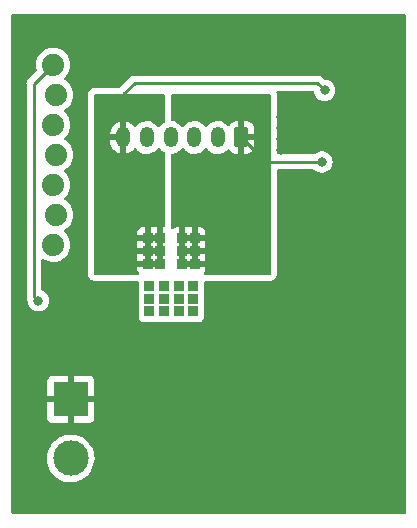
<source format=gbl>
%TF.GenerationSoftware,KiCad,Pcbnew,(6.0.7-1)-1*%
%TF.CreationDate,2022-08-20T15:22:06+08:00*%
%TF.ProjectId,VNH5050A (test),564e4835-3035-4304-9120-287465737429,rev?*%
%TF.SameCoordinates,Original*%
%TF.FileFunction,Copper,L2,Bot*%
%TF.FilePolarity,Positive*%
%FSLAX46Y46*%
G04 Gerber Fmt 4.6, Leading zero omitted, Abs format (unit mm)*
G04 Created by KiCad (PCBNEW (6.0.7-1)-1) date 2022-08-20 15:22:06*
%MOMM*%
%LPD*%
G01*
G04 APERTURE LIST*
G04 Aperture macros list*
%AMRoundRect*
0 Rectangle with rounded corners*
0 $1 Rounding radius*
0 $2 $3 $4 $5 $6 $7 $8 $9 X,Y pos of 4 corners*
0 Add a 4 corners polygon primitive as box body*
4,1,4,$2,$3,$4,$5,$6,$7,$8,$9,$2,$3,0*
0 Add four circle primitives for the rounded corners*
1,1,$1+$1,$2,$3*
1,1,$1+$1,$4,$5*
1,1,$1+$1,$6,$7*
1,1,$1+$1,$8,$9*
0 Add four rect primitives between the rounded corners*
20,1,$1+$1,$2,$3,$4,$5,0*
20,1,$1+$1,$4,$5,$6,$7,0*
20,1,$1+$1,$6,$7,$8,$9,0*
20,1,$1+$1,$8,$9,$2,$3,0*%
G04 Aperture macros list end*
%TA.AperFunction,ComponentPad*%
%ADD10R,3.000000X3.000000*%
%TD*%
%TA.AperFunction,ComponentPad*%
%ADD11C,3.000000*%
%TD*%
%TA.AperFunction,ComponentPad*%
%ADD12C,1.879600*%
%TD*%
%TA.AperFunction,ComponentPad*%
%ADD13RoundRect,0.250000X0.350000X0.625000X-0.350000X0.625000X-0.350000X-0.625000X0.350000X-0.625000X0*%
%TD*%
%TA.AperFunction,ComponentPad*%
%ADD14O,1.200000X1.750000*%
%TD*%
%TA.AperFunction,ComponentPad*%
%ADD15R,0.808000X0.808000*%
%TD*%
%TA.AperFunction,ViaPad*%
%ADD16C,0.800000*%
%TD*%
%TA.AperFunction,Conductor*%
%ADD17C,0.250000*%
%TD*%
G04 APERTURE END LIST*
D10*
X146608800Y-111214600D03*
D11*
X146608800Y-116214600D03*
D12*
X145111400Y-98119000D03*
X145365400Y-95579000D03*
X145111400Y-93039000D03*
X145365400Y-90499000D03*
X145111400Y-87959000D03*
X145365400Y-85419000D03*
X145111400Y-82879000D03*
D13*
X161058800Y-89037400D03*
D14*
X159058800Y-89037400D03*
X157058800Y-89037400D03*
X155058800Y-89037400D03*
X153058800Y-89037400D03*
X151058800Y-89037400D03*
D15*
X157102009Y-99717000D03*
X156052009Y-99717000D03*
X157102009Y-98634000D03*
X156052009Y-98634000D03*
X157102009Y-97551000D03*
X156052009Y-97551000D03*
X154202009Y-99717000D03*
X153152009Y-99717000D03*
X154202009Y-98634000D03*
X153152009Y-98634000D03*
X154202009Y-97551000D03*
X153152009Y-97551000D03*
X156983259Y-103767000D03*
X155745759Y-103767000D03*
X154508259Y-103767000D03*
X153270759Y-103767000D03*
X156983259Y-102684000D03*
X155745759Y-102684000D03*
X154508259Y-102684000D03*
X153270759Y-102684000D03*
X156983259Y-101601000D03*
X155745759Y-101601000D03*
X154508259Y-101601000D03*
X153270759Y-101601000D03*
D16*
X165431400Y-90041800D03*
X146686200Y-100125600D03*
X165634600Y-99719200D03*
X165456800Y-93039000D03*
X163983600Y-104900800D03*
X164440800Y-88238400D03*
X165431400Y-88213000D03*
X164440800Y-87324000D03*
X164466200Y-93064400D03*
X165431400Y-89152800D03*
X165431400Y-87324000D03*
X146686200Y-99211200D03*
X147676800Y-100100200D03*
X164440800Y-89152800D03*
X164440800Y-90067200D03*
X147676800Y-99211200D03*
X165456800Y-92150000D03*
X165634600Y-101446400D03*
X164466200Y-92150000D03*
X168098400Y-85038000D03*
X167869800Y-91108600D03*
X143866800Y-102843400D03*
D17*
X167488800Y-84428400D02*
X152020200Y-84428400D01*
X168098400Y-85038000D02*
X167488800Y-84428400D01*
X151058800Y-85389800D02*
X151058800Y-89037400D01*
X152020200Y-84428400D02*
X151058800Y-85389800D01*
X163130000Y-91108600D02*
X161058800Y-89037400D01*
X167869800Y-91108600D02*
X163130000Y-91108600D01*
X143866800Y-102843400D02*
X143499100Y-102475700D01*
X143499100Y-102475700D02*
X143499100Y-84491300D01*
X143499100Y-84491300D02*
X145111400Y-82879000D01*
%TA.AperFunction,Conductor*%
G36*
X174949021Y-78590502D02*
G01*
X174995514Y-78644158D01*
X175006900Y-78696500D01*
X175006900Y-120783500D01*
X174986898Y-120851621D01*
X174933242Y-120898114D01*
X174880900Y-120909500D01*
X141713900Y-120909500D01*
X141645779Y-120889498D01*
X141599286Y-120835842D01*
X141587900Y-120783500D01*
X141587900Y-116193518D01*
X144595717Y-116193518D01*
X144611482Y-116466920D01*
X144612307Y-116471125D01*
X144612308Y-116471133D01*
X144622927Y-116525257D01*
X144664205Y-116735653D01*
X144665592Y-116739703D01*
X144665593Y-116739708D01*
X144686405Y-116800495D01*
X144752912Y-116994744D01*
X144875960Y-117239399D01*
X144878386Y-117242928D01*
X144878389Y-117242934D01*
X145028643Y-117461553D01*
X145031074Y-117465090D01*
X145215382Y-117667643D01*
X145425475Y-117843307D01*
X145429116Y-117845591D01*
X145653824Y-117986551D01*
X145653828Y-117986553D01*
X145657464Y-117988834D01*
X145725344Y-118019483D01*
X145903145Y-118099764D01*
X145903149Y-118099766D01*
X145907057Y-118101530D01*
X145911177Y-118102750D01*
X145911176Y-118102750D01*
X146165523Y-118178091D01*
X146165527Y-118178092D01*
X146169636Y-118179309D01*
X146173870Y-118179957D01*
X146173875Y-118179958D01*
X146436098Y-118220083D01*
X146436100Y-118220083D01*
X146440340Y-118220732D01*
X146579712Y-118222922D01*
X146709871Y-118224967D01*
X146709877Y-118224967D01*
X146714162Y-118225034D01*
X146986035Y-118192134D01*
X147250927Y-118122641D01*
X147254887Y-118121001D01*
X147254892Y-118120999D01*
X147377431Y-118070241D01*
X147503936Y-118017841D01*
X147740382Y-117879673D01*
X147955889Y-117710694D01*
X147997609Y-117667643D01*
X148143486Y-117517109D01*
X148146469Y-117514031D01*
X148149002Y-117510583D01*
X148149006Y-117510578D01*
X148306057Y-117296778D01*
X148308595Y-117293323D01*
X148335954Y-117242934D01*
X148437218Y-117056430D01*
X148437219Y-117056428D01*
X148439268Y-117052654D01*
X148536069Y-116796477D01*
X148597207Y-116529533D01*
X148621551Y-116256761D01*
X148621993Y-116214600D01*
X148603367Y-115941378D01*
X148547832Y-115673212D01*
X148456417Y-115415065D01*
X148330813Y-115171712D01*
X148320840Y-115157521D01*
X148175808Y-114951162D01*
X148173345Y-114947657D01*
X147986925Y-114747045D01*
X147983610Y-114744331D01*
X147983606Y-114744328D01*
X147778323Y-114576306D01*
X147775005Y-114573590D01*
X147541504Y-114430501D01*
X147537568Y-114428773D01*
X147294673Y-114322149D01*
X147294669Y-114322148D01*
X147290745Y-114320425D01*
X147027366Y-114245400D01*
X147023124Y-114244796D01*
X147023118Y-114244795D01*
X146822634Y-114216262D01*
X146756243Y-114206813D01*
X146612389Y-114206060D01*
X146486677Y-114205402D01*
X146486671Y-114205402D01*
X146482391Y-114205380D01*
X146478147Y-114205939D01*
X146478143Y-114205939D01*
X146359102Y-114221611D01*
X146210878Y-114241125D01*
X146206738Y-114242258D01*
X146206736Y-114242258D01*
X146133808Y-114262209D01*
X145946728Y-114313388D01*
X145942780Y-114315072D01*
X145698782Y-114419146D01*
X145698778Y-114419148D01*
X145694830Y-114420832D01*
X145674925Y-114432745D01*
X145463525Y-114559264D01*
X145463521Y-114559267D01*
X145459843Y-114561468D01*
X145246118Y-114732694D01*
X145057608Y-114931342D01*
X144897802Y-115153736D01*
X144769657Y-115395761D01*
X144768185Y-115399784D01*
X144768183Y-115399788D01*
X144761114Y-115419106D01*
X144675543Y-115652937D01*
X144617204Y-115920507D01*
X144595717Y-116193518D01*
X141587900Y-116193518D01*
X141587900Y-112759269D01*
X144600801Y-112759269D01*
X144601171Y-112766090D01*
X144606695Y-112816952D01*
X144610321Y-112832204D01*
X144655476Y-112952654D01*
X144664014Y-112968249D01*
X144740515Y-113070324D01*
X144753076Y-113082885D01*
X144855151Y-113159386D01*
X144870746Y-113167924D01*
X144991194Y-113213078D01*
X145006449Y-113216705D01*
X145057314Y-113222231D01*
X145064128Y-113222600D01*
X146336685Y-113222600D01*
X146351924Y-113218125D01*
X146353129Y-113216735D01*
X146354800Y-113209052D01*
X146354800Y-113204484D01*
X146862800Y-113204484D01*
X146867275Y-113219723D01*
X146868665Y-113220928D01*
X146876348Y-113222599D01*
X148153469Y-113222599D01*
X148160290Y-113222229D01*
X148211152Y-113216705D01*
X148226404Y-113213079D01*
X148346854Y-113167924D01*
X148362449Y-113159386D01*
X148464524Y-113082885D01*
X148477085Y-113070324D01*
X148553586Y-112968249D01*
X148562124Y-112952654D01*
X148607278Y-112832206D01*
X148610905Y-112816951D01*
X148616431Y-112766086D01*
X148616800Y-112759272D01*
X148616800Y-111486715D01*
X148612325Y-111471476D01*
X148610935Y-111470271D01*
X148603252Y-111468600D01*
X146880915Y-111468600D01*
X146865676Y-111473075D01*
X146864471Y-111474465D01*
X146862800Y-111482148D01*
X146862800Y-113204484D01*
X146354800Y-113204484D01*
X146354800Y-111486715D01*
X146350325Y-111471476D01*
X146348935Y-111470271D01*
X146341252Y-111468600D01*
X144618916Y-111468600D01*
X144603677Y-111473075D01*
X144602472Y-111474465D01*
X144600801Y-111482148D01*
X144600801Y-112759269D01*
X141587900Y-112759269D01*
X141587900Y-110942485D01*
X144600800Y-110942485D01*
X144605275Y-110957724D01*
X144606665Y-110958929D01*
X144614348Y-110960600D01*
X146336685Y-110960600D01*
X146351924Y-110956125D01*
X146353129Y-110954735D01*
X146354800Y-110947052D01*
X146354800Y-110942485D01*
X146862800Y-110942485D01*
X146867275Y-110957724D01*
X146868665Y-110958929D01*
X146876348Y-110960600D01*
X148598684Y-110960600D01*
X148613923Y-110956125D01*
X148615128Y-110954735D01*
X148616799Y-110947052D01*
X148616799Y-109669931D01*
X148616429Y-109663110D01*
X148610905Y-109612248D01*
X148607279Y-109596996D01*
X148562124Y-109476546D01*
X148553586Y-109460951D01*
X148477085Y-109358876D01*
X148464524Y-109346315D01*
X148362449Y-109269814D01*
X148346854Y-109261276D01*
X148226406Y-109216122D01*
X148211151Y-109212495D01*
X148160286Y-109206969D01*
X148153472Y-109206600D01*
X146880915Y-109206600D01*
X146865676Y-109211075D01*
X146864471Y-109212465D01*
X146862800Y-109220148D01*
X146862800Y-110942485D01*
X146354800Y-110942485D01*
X146354800Y-109224716D01*
X146350325Y-109209477D01*
X146348935Y-109208272D01*
X146341252Y-109206601D01*
X145064131Y-109206601D01*
X145057310Y-109206971D01*
X145006448Y-109212495D01*
X144991196Y-109216121D01*
X144870746Y-109261276D01*
X144855151Y-109269814D01*
X144753076Y-109346315D01*
X144740515Y-109358876D01*
X144664014Y-109460951D01*
X144655476Y-109476546D01*
X144610322Y-109596994D01*
X144606695Y-109612249D01*
X144601169Y-109663114D01*
X144600800Y-109669928D01*
X144600800Y-110942485D01*
X141587900Y-110942485D01*
X141587900Y-84471243D01*
X142860880Y-84471243D01*
X142861626Y-84479135D01*
X142865041Y-84515261D01*
X142865600Y-84527119D01*
X142865600Y-102396933D01*
X142865073Y-102408116D01*
X142863398Y-102415609D01*
X142863647Y-102423535D01*
X142863647Y-102423536D01*
X142865538Y-102483686D01*
X142865600Y-102487645D01*
X142865600Y-102515556D01*
X142866097Y-102519490D01*
X142866097Y-102519491D01*
X142866105Y-102519556D01*
X142867038Y-102531393D01*
X142868427Y-102575589D01*
X142874078Y-102595039D01*
X142878087Y-102614400D01*
X142880626Y-102634497D01*
X142883545Y-102641868D01*
X142883545Y-102641870D01*
X142896904Y-102675612D01*
X142900749Y-102686842D01*
X142913082Y-102729293D01*
X142917115Y-102736112D01*
X142917117Y-102736117D01*
X142923393Y-102746728D01*
X142932088Y-102764476D01*
X142939548Y-102783317D01*
X142939475Y-102783346D01*
X142953760Y-102838987D01*
X142953296Y-102843400D01*
X142973258Y-103033328D01*
X143032273Y-103214956D01*
X143035576Y-103220678D01*
X143035577Y-103220679D01*
X143069486Y-103279410D01*
X143127760Y-103380344D01*
X143255547Y-103522266D01*
X143410048Y-103634518D01*
X143416076Y-103637202D01*
X143416078Y-103637203D01*
X143578481Y-103709509D01*
X143584512Y-103712194D01*
X143677913Y-103732047D01*
X143764856Y-103750528D01*
X143764861Y-103750528D01*
X143771313Y-103751900D01*
X143962287Y-103751900D01*
X143968739Y-103750528D01*
X143968744Y-103750528D01*
X144055687Y-103732047D01*
X144149088Y-103712194D01*
X144155119Y-103709509D01*
X144317522Y-103637203D01*
X144317524Y-103637202D01*
X144323552Y-103634518D01*
X144478053Y-103522266D01*
X144605840Y-103380344D01*
X144664114Y-103279410D01*
X144698023Y-103220679D01*
X144698024Y-103220678D01*
X144701327Y-103214956D01*
X144760342Y-103033328D01*
X144780304Y-102843400D01*
X144771041Y-102755263D01*
X144761032Y-102660035D01*
X144761032Y-102660033D01*
X144760342Y-102653472D01*
X144701327Y-102471844D01*
X144605840Y-102306456D01*
X144478053Y-102164534D01*
X144378957Y-102092536D01*
X144328894Y-102056163D01*
X144328893Y-102056162D01*
X144323552Y-102052282D01*
X144317524Y-102049598D01*
X144317522Y-102049597D01*
X144207351Y-102000546D01*
X144153255Y-101954566D01*
X144132600Y-101885439D01*
X144132600Y-100533000D01*
X148052300Y-100533000D01*
X148052660Y-100536346D01*
X148052660Y-100536351D01*
X148063031Y-100632815D01*
X148064034Y-100642149D01*
X148064752Y-100645449D01*
X148064752Y-100645450D01*
X148070450Y-100671642D01*
X148075420Y-100694491D01*
X148110090Y-100798657D01*
X148189108Y-100921612D01*
X148235601Y-100975268D01*
X148238994Y-100978208D01*
X148339250Y-101065081D01*
X148339253Y-101065083D01*
X148346061Y-101070982D01*
X148479010Y-101131698D01*
X148502764Y-101138673D01*
X148542808Y-101150431D01*
X148542812Y-101150432D01*
X148547131Y-101151700D01*
X148551580Y-101152340D01*
X148551586Y-101152341D01*
X148687353Y-101171861D01*
X148687358Y-101171861D01*
X148691800Y-101172500D01*
X152232259Y-101172500D01*
X152300380Y-101192502D01*
X152346873Y-101246158D01*
X152358259Y-101298500D01*
X152358259Y-102053134D01*
X152365014Y-102115316D01*
X152365561Y-102116775D01*
X152365561Y-102168225D01*
X152365014Y-102169684D01*
X152358259Y-102231866D01*
X152358259Y-103136134D01*
X152365014Y-103198316D01*
X152365561Y-103199775D01*
X152365561Y-103251225D01*
X152365014Y-103252684D01*
X152358259Y-103314866D01*
X152358259Y-104219134D01*
X152365014Y-104281316D01*
X152416144Y-104417705D01*
X152503498Y-104534261D01*
X152620054Y-104621615D01*
X152756443Y-104672745D01*
X152818625Y-104679500D01*
X153722893Y-104679500D01*
X153785075Y-104672745D01*
X153845280Y-104650175D01*
X153916086Y-104644992D01*
X153933736Y-104650174D01*
X153993943Y-104672745D01*
X154056125Y-104679500D01*
X154960393Y-104679500D01*
X155022575Y-104672745D01*
X155082780Y-104650175D01*
X155153586Y-104644992D01*
X155171236Y-104650174D01*
X155231443Y-104672745D01*
X155293625Y-104679500D01*
X156197893Y-104679500D01*
X156260075Y-104672745D01*
X156320280Y-104650175D01*
X156391086Y-104644992D01*
X156408736Y-104650174D01*
X156468943Y-104672745D01*
X156531125Y-104679500D01*
X157435393Y-104679500D01*
X157497575Y-104672745D01*
X157633964Y-104621615D01*
X157750520Y-104534261D01*
X157837874Y-104417705D01*
X157889004Y-104281316D01*
X157895759Y-104219134D01*
X157895759Y-103314866D01*
X157889004Y-103252684D01*
X157888457Y-103251225D01*
X157888457Y-103199775D01*
X157889004Y-103198316D01*
X157895759Y-103136134D01*
X157895759Y-102231866D01*
X157889004Y-102169684D01*
X157888457Y-102168225D01*
X157888457Y-102116775D01*
X157889004Y-102115316D01*
X157895759Y-102053134D01*
X157895759Y-101298072D01*
X157915761Y-101229951D01*
X157969417Y-101183458D01*
X158021738Y-101172072D01*
X163432447Y-101171276D01*
X163541700Y-101159502D01*
X163594085Y-101148087D01*
X163597284Y-101147021D01*
X163597290Y-101147019D01*
X163648859Y-101129829D01*
X163698332Y-101113338D01*
X163758340Y-101074726D01*
X163817453Y-101036690D01*
X163817456Y-101036688D01*
X163821243Y-101034251D01*
X163874873Y-100987728D01*
X163970525Y-100877216D01*
X163974265Y-100869015D01*
X164029300Y-100748325D01*
X164029302Y-100748320D01*
X164031166Y-100744232D01*
X164032431Y-100739916D01*
X164049865Y-100680419D01*
X164049867Y-100680412D01*
X164051130Y-100676100D01*
X164071850Y-100531422D01*
X164071775Y-100394841D01*
X164068844Y-95105924D01*
X164067725Y-93085194D01*
X164067250Y-93067357D01*
X164067247Y-93060761D01*
X164067679Y-93043974D01*
X164067701Y-93043120D01*
X164067571Y-92806805D01*
X164067437Y-92565924D01*
X164067216Y-92165952D01*
X164066870Y-92152962D01*
X164066867Y-92146364D01*
X164067176Y-92134359D01*
X164067198Y-92133507D01*
X164067134Y-92017100D01*
X164067051Y-91868170D01*
X164087015Y-91800038D01*
X164140645Y-91753515D01*
X164193051Y-91742100D01*
X167161600Y-91742100D01*
X167229721Y-91762102D01*
X167248947Y-91778443D01*
X167249220Y-91778140D01*
X167254132Y-91782563D01*
X167258547Y-91787466D01*
X167275851Y-91800038D01*
X167320110Y-91832194D01*
X167413048Y-91899718D01*
X167419076Y-91902402D01*
X167419078Y-91902403D01*
X167581481Y-91974709D01*
X167587512Y-91977394D01*
X167680912Y-91997247D01*
X167767856Y-92015728D01*
X167767861Y-92015728D01*
X167774313Y-92017100D01*
X167965287Y-92017100D01*
X167971739Y-92015728D01*
X167971744Y-92015728D01*
X168058688Y-91997247D01*
X168152088Y-91977394D01*
X168158119Y-91974709D01*
X168320522Y-91902403D01*
X168320524Y-91902402D01*
X168326552Y-91899718D01*
X168481053Y-91787466D01*
X168489450Y-91778140D01*
X168604421Y-91650452D01*
X168604422Y-91650451D01*
X168608840Y-91645544D01*
X168704327Y-91480156D01*
X168763342Y-91298528D01*
X168768266Y-91251685D01*
X168782614Y-91115165D01*
X168783304Y-91108600D01*
X168775949Y-91038624D01*
X168764032Y-90925235D01*
X168764032Y-90925233D01*
X168763342Y-90918672D01*
X168704327Y-90737044D01*
X168608840Y-90571656D01*
X168540401Y-90495646D01*
X168485475Y-90434645D01*
X168485474Y-90434644D01*
X168481053Y-90429734D01*
X168326552Y-90317482D01*
X168320524Y-90314798D01*
X168320522Y-90314797D01*
X168158119Y-90242491D01*
X168158118Y-90242491D01*
X168152088Y-90239806D01*
X168058687Y-90219953D01*
X167971744Y-90201472D01*
X167971739Y-90201472D01*
X167965287Y-90200100D01*
X167774313Y-90200100D01*
X167767861Y-90201472D01*
X167767856Y-90201472D01*
X167680913Y-90219953D01*
X167587512Y-90239806D01*
X167581482Y-90242491D01*
X167581481Y-90242491D01*
X167419078Y-90314797D01*
X167419076Y-90314798D01*
X167413048Y-90317482D01*
X167258547Y-90429734D01*
X167254132Y-90434637D01*
X167249220Y-90439060D01*
X167248095Y-90437811D01*
X167194786Y-90470651D01*
X167161600Y-90475100D01*
X164192208Y-90475100D01*
X164124087Y-90455098D01*
X164077594Y-90401442D01*
X164066208Y-90349169D01*
X164066178Y-90293817D01*
X164066178Y-90293813D01*
X164066177Y-90292194D01*
X164064298Y-90256625D01*
X164063435Y-90240285D01*
X164063434Y-90240273D01*
X164063349Y-90238663D01*
X164060596Y-90212539D01*
X164056079Y-90184047D01*
X164055217Y-90177502D01*
X164045008Y-90080371D01*
X164045008Y-90054028D01*
X164046938Y-90035675D01*
X164055349Y-89955647D01*
X164056205Y-89949142D01*
X164060120Y-89924379D01*
X164060376Y-89922762D01*
X164063130Y-89896493D01*
X164065929Y-89842667D01*
X164065702Y-89432947D01*
X164065671Y-89377027D01*
X164065671Y-89377023D01*
X164065670Y-89375404D01*
X164062841Y-89321860D01*
X164060087Y-89295733D01*
X164059832Y-89294120D01*
X164056311Y-89271860D01*
X164055453Y-89265344D01*
X164045008Y-89165971D01*
X164045008Y-89139629D01*
X164053126Y-89062401D01*
X164056612Y-89029228D01*
X164058670Y-89016232D01*
X164059905Y-89010417D01*
X164062626Y-88984456D01*
X164065423Y-88930645D01*
X164065207Y-88539739D01*
X164065163Y-88460243D01*
X164065163Y-88460239D01*
X164065162Y-88458618D01*
X164062335Y-88405096D01*
X164059681Y-88379907D01*
X164058718Y-88375381D01*
X164056650Y-88362335D01*
X164047056Y-88271055D01*
X164045008Y-88251568D01*
X164045008Y-88225229D01*
X164050745Y-88170653D01*
X164056739Y-88113621D01*
X164058799Y-88100613D01*
X164058835Y-88100442D01*
X164058835Y-88100440D01*
X164059526Y-88097189D01*
X164062120Y-88072444D01*
X164064155Y-88033313D01*
X164064833Y-88020262D01*
X164064833Y-88020256D01*
X164064918Y-88018624D01*
X164064654Y-87541826D01*
X164063105Y-87512513D01*
X164061913Y-87489947D01*
X164061912Y-87489938D01*
X164061825Y-87488286D01*
X164059299Y-87464320D01*
X164058613Y-87461096D01*
X164058098Y-87457847D01*
X164058156Y-87457838D01*
X164056777Y-87449140D01*
X164045008Y-87337171D01*
X164045008Y-87310829D01*
X164056869Y-87197986D01*
X164058061Y-87190466D01*
X164057945Y-87190448D01*
X164058461Y-87187186D01*
X164059147Y-87183956D01*
X164061614Y-87160424D01*
X164064413Y-87106600D01*
X164063772Y-85949031D01*
X164063507Y-85470580D01*
X164063507Y-85470578D01*
X164063505Y-85467209D01*
X164051731Y-85358163D01*
X164040337Y-85305875D01*
X164014303Y-85227719D01*
X164011751Y-85156770D01*
X164047963Y-85095703D01*
X164111443Y-85063908D01*
X164133845Y-85061900D01*
X167073957Y-85061900D01*
X167142078Y-85081902D01*
X167188571Y-85135558D01*
X167199267Y-85174728D01*
X167204858Y-85227928D01*
X167263873Y-85409556D01*
X167267176Y-85415278D01*
X167267177Y-85415279D01*
X167271268Y-85422365D01*
X167359360Y-85574944D01*
X167487147Y-85716866D01*
X167641648Y-85829118D01*
X167647676Y-85831802D01*
X167647678Y-85831803D01*
X167810081Y-85904109D01*
X167816112Y-85906794D01*
X167909513Y-85926647D01*
X167996456Y-85945128D01*
X167996461Y-85945128D01*
X168002913Y-85946500D01*
X168193887Y-85946500D01*
X168200339Y-85945128D01*
X168200344Y-85945128D01*
X168287287Y-85926647D01*
X168380688Y-85906794D01*
X168386719Y-85904109D01*
X168549122Y-85831803D01*
X168549124Y-85831802D01*
X168555152Y-85829118D01*
X168709653Y-85716866D01*
X168837440Y-85574944D01*
X168925532Y-85422365D01*
X168929623Y-85415279D01*
X168929624Y-85415278D01*
X168932927Y-85409556D01*
X168991942Y-85227928D01*
X169011904Y-85038000D01*
X169009591Y-85015994D01*
X168992632Y-84854635D01*
X168992632Y-84854633D01*
X168991942Y-84848072D01*
X168932927Y-84666444D01*
X168837440Y-84501056D01*
X168783764Y-84441442D01*
X168714075Y-84364045D01*
X168714074Y-84364044D01*
X168709653Y-84359134D01*
X168555152Y-84246882D01*
X168549124Y-84244198D01*
X168549122Y-84244197D01*
X168386719Y-84171891D01*
X168386718Y-84171891D01*
X168380688Y-84169206D01*
X168287287Y-84149353D01*
X168200344Y-84130872D01*
X168200339Y-84130872D01*
X168193887Y-84129500D01*
X168137995Y-84129500D01*
X168069874Y-84109498D01*
X168048900Y-84092595D01*
X167992452Y-84036147D01*
X167984912Y-84027861D01*
X167980800Y-84021382D01*
X167954834Y-83996998D01*
X167931149Y-83974757D01*
X167928307Y-83972002D01*
X167908570Y-83952265D01*
X167905373Y-83949785D01*
X167896351Y-83942080D01*
X167882922Y-83929469D01*
X167864121Y-83911814D01*
X167857175Y-83907995D01*
X167857172Y-83907993D01*
X167846366Y-83902052D01*
X167829847Y-83891201D01*
X167829383Y-83890841D01*
X167813841Y-83878786D01*
X167806572Y-83875641D01*
X167806568Y-83875638D01*
X167773263Y-83861226D01*
X167762613Y-83856009D01*
X167723860Y-83834705D01*
X167704237Y-83829667D01*
X167685534Y-83823263D01*
X167674220Y-83818367D01*
X167674219Y-83818367D01*
X167666945Y-83815219D01*
X167659122Y-83813980D01*
X167659112Y-83813977D01*
X167623276Y-83808301D01*
X167611656Y-83805895D01*
X167576511Y-83796872D01*
X167576510Y-83796872D01*
X167568830Y-83794900D01*
X167548576Y-83794900D01*
X167528865Y-83793349D01*
X167516686Y-83791420D01*
X167508857Y-83790180D01*
X167479586Y-83792947D01*
X167464839Y-83794341D01*
X167452981Y-83794900D01*
X152098967Y-83794900D01*
X152087784Y-83794373D01*
X152080291Y-83792698D01*
X152072365Y-83792947D01*
X152072364Y-83792947D01*
X152012201Y-83794838D01*
X152008243Y-83794900D01*
X151980344Y-83794900D01*
X151976354Y-83795404D01*
X151964520Y-83796336D01*
X151920311Y-83797726D01*
X151912697Y-83799938D01*
X151912692Y-83799939D01*
X151900859Y-83803377D01*
X151881496Y-83807388D01*
X151861403Y-83809926D01*
X151854036Y-83812843D01*
X151854031Y-83812844D01*
X151820292Y-83826202D01*
X151809065Y-83830046D01*
X151766607Y-83842382D01*
X151759781Y-83846419D01*
X151749172Y-83852693D01*
X151731424Y-83861388D01*
X151712583Y-83868848D01*
X151706167Y-83873510D01*
X151706166Y-83873510D01*
X151676813Y-83894836D01*
X151666893Y-83901352D01*
X151635665Y-83919820D01*
X151635662Y-83919822D01*
X151628838Y-83923858D01*
X151614517Y-83938179D01*
X151599484Y-83951019D01*
X151583093Y-83962928D01*
X151578043Y-83969032D01*
X151578038Y-83969037D01*
X151554907Y-83996998D01*
X151546917Y-84005779D01*
X150760299Y-84792396D01*
X150697987Y-84826421D01*
X150671204Y-84829300D01*
X148691800Y-84829300D01*
X148688454Y-84829660D01*
X148688449Y-84829660D01*
X148586015Y-84840672D01*
X148586008Y-84840673D01*
X148582651Y-84841034D01*
X148579351Y-84841752D01*
X148579350Y-84841752D01*
X148533590Y-84851706D01*
X148533585Y-84851707D01*
X148530309Y-84852420D01*
X148426143Y-84887090D01*
X148303188Y-84966108D01*
X148249532Y-85012601D01*
X148246592Y-85015994D01*
X148159719Y-85116250D01*
X148159717Y-85116253D01*
X148153818Y-85123061D01*
X148093102Y-85256010D01*
X148073100Y-85324131D01*
X148072460Y-85328580D01*
X148072459Y-85328586D01*
X148059995Y-85415279D01*
X148052300Y-85468800D01*
X148052300Y-98989981D01*
X148055113Y-99043660D01*
X148057803Y-99069252D01*
X148058488Y-99072476D01*
X148058489Y-99072480D01*
X148058910Y-99074463D01*
X148060972Y-99087481D01*
X148071629Y-99188862D01*
X148072592Y-99198028D01*
X148072592Y-99224368D01*
X148065891Y-99288122D01*
X148060972Y-99334919D01*
X148058910Y-99347937D01*
X148058489Y-99349920D01*
X148057803Y-99353148D01*
X148055113Y-99378740D01*
X148052300Y-99432419D01*
X148052300Y-99878981D01*
X148055113Y-99932660D01*
X148057803Y-99958252D01*
X148058488Y-99961476D01*
X148058489Y-99961480D01*
X148058910Y-99963463D01*
X148060972Y-99976481D01*
X148072592Y-100087028D01*
X148072592Y-100113372D01*
X148060972Y-100223919D01*
X148058910Y-100236937D01*
X148058489Y-100238920D01*
X148057803Y-100242148D01*
X148055113Y-100267740D01*
X148052300Y-100321419D01*
X148052300Y-100533000D01*
X144132600Y-100533000D01*
X144132600Y-99444136D01*
X144152602Y-99376015D01*
X144206258Y-99329522D01*
X144276532Y-99319418D01*
X144322171Y-99335348D01*
X144380733Y-99369569D01*
X144483465Y-99429601D01*
X144705952Y-99514560D01*
X144711018Y-99515591D01*
X144711019Y-99515591D01*
X144765356Y-99526646D01*
X144939328Y-99562041D01*
X145073521Y-99566962D01*
X145172160Y-99570579D01*
X145172164Y-99570579D01*
X145177324Y-99570768D01*
X145182444Y-99570112D01*
X145182446Y-99570112D01*
X145408423Y-99541164D01*
X145408424Y-99541164D01*
X145413551Y-99540507D01*
X145496600Y-99515591D01*
X145636716Y-99473554D01*
X145636717Y-99473553D01*
X145641662Y-99472070D01*
X145855533Y-99367295D01*
X145859736Y-99364297D01*
X145859741Y-99364294D01*
X146045216Y-99231996D01*
X146045218Y-99231994D01*
X146049420Y-99228997D01*
X146218116Y-99060889D01*
X146231699Y-99041987D01*
X146267868Y-98991651D01*
X146357090Y-98867486D01*
X146462611Y-98653982D01*
X146531843Y-98426111D01*
X146562929Y-98189992D01*
X146564664Y-98119000D01*
X146545150Y-97881644D01*
X146487131Y-97650663D01*
X146392167Y-97432259D01*
X146262806Y-97232298D01*
X146102524Y-97056150D01*
X146083385Y-97041035D01*
X146042323Y-96983117D01*
X146039093Y-96912194D01*
X146074719Y-96850783D01*
X146100735Y-96832697D01*
X146100449Y-96832217D01*
X146104892Y-96829569D01*
X146109533Y-96827295D01*
X146113736Y-96824297D01*
X146113741Y-96824294D01*
X146299216Y-96691996D01*
X146299218Y-96691994D01*
X146303420Y-96688997D01*
X146472116Y-96520889D01*
X146611090Y-96327486D01*
X146716611Y-96113982D01*
X146785843Y-95886111D01*
X146816929Y-95649992D01*
X146818664Y-95579000D01*
X146799150Y-95341644D01*
X146741131Y-95110663D01*
X146646167Y-94892259D01*
X146596841Y-94816012D01*
X146519616Y-94696642D01*
X146516806Y-94692298D01*
X146356524Y-94516150D01*
X146352473Y-94512951D01*
X146352469Y-94512947D01*
X146173678Y-94371747D01*
X146173673Y-94371744D01*
X146169624Y-94368546D01*
X146165106Y-94366052D01*
X146165100Y-94366048D01*
X146097411Y-94328682D01*
X146047440Y-94278249D01*
X146032668Y-94208806D01*
X146057784Y-94142401D01*
X146069361Y-94129126D01*
X146218116Y-93980889D01*
X146357090Y-93787486D01*
X146462611Y-93573982D01*
X146531843Y-93346111D01*
X146562929Y-93109992D01*
X146564132Y-93060761D01*
X146564582Y-93042365D01*
X146564582Y-93042361D01*
X146564664Y-93039000D01*
X146545150Y-92801644D01*
X146487131Y-92570663D01*
X146392167Y-92352259D01*
X146262806Y-92152298D01*
X146257407Y-92146364D01*
X146211758Y-92096197D01*
X146102524Y-91976150D01*
X146083385Y-91961035D01*
X146042323Y-91903117D01*
X146039093Y-91832194D01*
X146074719Y-91770783D01*
X146100735Y-91752697D01*
X146100449Y-91752217D01*
X146104892Y-91749569D01*
X146109533Y-91747295D01*
X146113736Y-91744297D01*
X146113741Y-91744294D01*
X146299216Y-91611996D01*
X146299218Y-91611994D01*
X146303420Y-91608997D01*
X146472116Y-91440889D01*
X146611090Y-91247486D01*
X146716611Y-91033982D01*
X146785843Y-90806111D01*
X146786518Y-90800985D01*
X146816492Y-90573313D01*
X146816492Y-90573309D01*
X146816929Y-90569992D01*
X146818664Y-90499000D01*
X146799150Y-90261644D01*
X146741131Y-90030663D01*
X146665125Y-89855860D01*
X146648227Y-89816996D01*
X146648225Y-89816993D01*
X146646167Y-89812259D01*
X146596841Y-89736012D01*
X146519616Y-89616642D01*
X146516806Y-89612298D01*
X146496234Y-89589689D01*
X146437432Y-89525067D01*
X146356524Y-89436150D01*
X146352473Y-89432951D01*
X146352469Y-89432947D01*
X146173678Y-89291747D01*
X146173673Y-89291744D01*
X146169624Y-89288546D01*
X146165106Y-89286052D01*
X146165100Y-89286048D01*
X146097411Y-89248682D01*
X146047440Y-89198249D01*
X146032668Y-89128806D01*
X146057784Y-89062401D01*
X146069361Y-89049126D01*
X146218116Y-88900889D01*
X146357090Y-88707486D01*
X146439997Y-88539739D01*
X146460317Y-88498624D01*
X146460318Y-88498622D01*
X146462611Y-88493982D01*
X146531843Y-88266111D01*
X146538053Y-88218940D01*
X146562492Y-88033313D01*
X146562492Y-88033309D01*
X146562929Y-88029992D01*
X146564664Y-87959000D01*
X146545150Y-87721644D01*
X146487131Y-87490663D01*
X146420391Y-87337171D01*
X146394227Y-87276996D01*
X146394225Y-87276993D01*
X146392167Y-87272259D01*
X146320877Y-87162061D01*
X146265616Y-87076642D01*
X146262806Y-87072298D01*
X146102524Y-86896150D01*
X146083385Y-86881035D01*
X146042323Y-86823117D01*
X146039093Y-86752194D01*
X146074719Y-86690783D01*
X146100735Y-86672697D01*
X146100449Y-86672217D01*
X146104892Y-86669569D01*
X146109533Y-86667295D01*
X146113736Y-86664297D01*
X146113741Y-86664294D01*
X146299216Y-86531996D01*
X146299218Y-86531994D01*
X146303420Y-86528997D01*
X146472116Y-86360889D01*
X146611090Y-86167486D01*
X146716611Y-85953982D01*
X146785843Y-85726111D01*
X146816929Y-85489992D01*
X146817337Y-85473296D01*
X146818582Y-85422365D01*
X146818582Y-85422361D01*
X146818664Y-85419000D01*
X146799150Y-85181644D01*
X146741131Y-84950663D01*
X146646167Y-84732259D01*
X146516806Y-84532298D01*
X146512094Y-84527119D01*
X146461250Y-84471243D01*
X146356524Y-84356150D01*
X146352473Y-84352951D01*
X146352469Y-84352947D01*
X146173678Y-84211747D01*
X146173673Y-84211744D01*
X146169624Y-84208546D01*
X146165106Y-84206052D01*
X146165100Y-84206048D01*
X146097411Y-84168682D01*
X146047440Y-84118249D01*
X146032668Y-84048806D01*
X146057784Y-83982401D01*
X146069361Y-83969126D01*
X146218116Y-83820889D01*
X146227818Y-83807388D01*
X146244531Y-83784128D01*
X146357090Y-83627486D01*
X146462611Y-83413982D01*
X146531843Y-83186111D01*
X146562929Y-82949992D01*
X146564664Y-82879000D01*
X146545150Y-82641644D01*
X146487131Y-82410663D01*
X146392167Y-82192259D01*
X146375094Y-82165867D01*
X146265616Y-81996642D01*
X146262806Y-81992298D01*
X146102524Y-81816150D01*
X146098473Y-81812951D01*
X146098469Y-81812947D01*
X145919678Y-81671747D01*
X145919673Y-81671744D01*
X145915624Y-81668546D01*
X145911108Y-81666053D01*
X145911105Y-81666051D01*
X145711650Y-81555946D01*
X145711646Y-81555944D01*
X145707126Y-81553449D01*
X145702257Y-81551725D01*
X145702253Y-81551723D01*
X145487505Y-81475676D01*
X145487501Y-81475675D01*
X145482630Y-81473950D01*
X145477540Y-81473043D01*
X145477535Y-81473042D01*
X145350214Y-81450364D01*
X145248164Y-81432186D01*
X145159037Y-81431097D01*
X145015195Y-81429339D01*
X145015193Y-81429339D01*
X145010025Y-81429276D01*
X144774609Y-81465300D01*
X144548238Y-81539289D01*
X144336990Y-81649258D01*
X144332857Y-81652361D01*
X144332854Y-81652363D01*
X144307037Y-81671747D01*
X144146540Y-81792252D01*
X143982002Y-81964431D01*
X143847794Y-82161172D01*
X143747522Y-82377191D01*
X143683877Y-82606685D01*
X143683328Y-82611819D01*
X143683328Y-82611821D01*
X143677849Y-82663089D01*
X143658570Y-82843494D01*
X143658867Y-82848646D01*
X143658867Y-82848650D01*
X143664902Y-82953313D01*
X143672279Y-83081255D01*
X143673418Y-83086308D01*
X143673418Y-83086310D01*
X143719726Y-83291796D01*
X143715190Y-83362647D01*
X143685904Y-83408591D01*
X143106847Y-83987648D01*
X143098561Y-83995188D01*
X143092082Y-83999300D01*
X143086657Y-84005077D01*
X143045457Y-84048951D01*
X143042702Y-84051793D01*
X143022965Y-84071530D01*
X143020485Y-84074727D01*
X143012782Y-84083747D01*
X142982514Y-84115979D01*
X142978695Y-84122925D01*
X142978693Y-84122928D01*
X142972752Y-84133734D01*
X142961901Y-84150253D01*
X142949486Y-84166259D01*
X142946341Y-84173528D01*
X142946338Y-84173532D01*
X142931926Y-84206837D01*
X142926709Y-84217487D01*
X142905405Y-84256240D01*
X142903434Y-84263915D01*
X142903434Y-84263916D01*
X142900367Y-84275862D01*
X142893963Y-84294566D01*
X142885919Y-84313155D01*
X142884680Y-84320978D01*
X142884677Y-84320988D01*
X142879001Y-84356824D01*
X142876595Y-84368444D01*
X142865600Y-84411270D01*
X142865600Y-84431524D01*
X142864049Y-84451234D01*
X142860880Y-84471243D01*
X141587900Y-84471243D01*
X141587900Y-78696500D01*
X141607902Y-78628379D01*
X141661558Y-78581886D01*
X141713900Y-78570500D01*
X174880900Y-78570500D01*
X174949021Y-78590502D01*
G37*
%TD.AperFunction*%
%TA.AperFunction,Conductor*%
G36*
X163492110Y-85361556D02*
G01*
X163538611Y-85415205D01*
X163550005Y-85467493D01*
X163550913Y-87106884D01*
X163548446Y-87130416D01*
X163547258Y-87134072D01*
X163527296Y-87324000D01*
X163547258Y-87513928D01*
X163548628Y-87518144D01*
X163551154Y-87542110D01*
X163551418Y-88018908D01*
X163548824Y-88043653D01*
X163547258Y-88048472D01*
X163527296Y-88238400D01*
X163547258Y-88428328D01*
X163549008Y-88433713D01*
X163551662Y-88458902D01*
X163551923Y-88930929D01*
X163549202Y-88956890D01*
X163547258Y-88962872D01*
X163527296Y-89152800D01*
X163527986Y-89159365D01*
X163542334Y-89295875D01*
X163547258Y-89342728D01*
X163549298Y-89349005D01*
X163549416Y-89349562D01*
X163552170Y-89375689D01*
X163552359Y-89715962D01*
X163552429Y-89842952D01*
X163549675Y-89869221D01*
X163549299Y-89870992D01*
X163547258Y-89877272D01*
X163527296Y-90067200D01*
X163527986Y-90073765D01*
X163543246Y-90218952D01*
X163547258Y-90257128D01*
X163549296Y-90263400D01*
X163549924Y-90266355D01*
X163552677Y-90292479D01*
X163553698Y-92133792D01*
X163553387Y-92139767D01*
X163553387Y-92143427D01*
X163552696Y-92150000D01*
X163553386Y-92156567D01*
X163553386Y-92159976D01*
X163553716Y-92166236D01*
X163554201Y-93043404D01*
X163553512Y-93056635D01*
X163552696Y-93064400D01*
X163553386Y-93070965D01*
X163553386Y-93070967D01*
X163553534Y-93072375D01*
X163554225Y-93085478D01*
X163558350Y-100531706D01*
X163538386Y-100599838D01*
X163484756Y-100646361D01*
X163432371Y-100657776D01*
X159439139Y-100658364D01*
X157989912Y-100658577D01*
X157921788Y-100638585D01*
X157875287Y-100584936D01*
X157865173Y-100514664D01*
X157889067Y-100457012D01*
X157950795Y-100374648D01*
X157959333Y-100359054D01*
X158004487Y-100238606D01*
X158008114Y-100223351D01*
X158013640Y-100172486D01*
X158014009Y-100165672D01*
X158014009Y-99989115D01*
X158009534Y-99973876D01*
X158008144Y-99972671D01*
X158000461Y-99971000D01*
X155924009Y-99971000D01*
X155855888Y-99950998D01*
X155809395Y-99897342D01*
X155798009Y-99845000D01*
X155798009Y-99444885D01*
X156306009Y-99444885D01*
X156310484Y-99460124D01*
X156311874Y-99461329D01*
X156319557Y-99463000D01*
X156829894Y-99463000D01*
X156845133Y-99458525D01*
X156846338Y-99457135D01*
X156848009Y-99449452D01*
X156848009Y-99444885D01*
X157356009Y-99444885D01*
X157360484Y-99460124D01*
X157361874Y-99461329D01*
X157369557Y-99463000D01*
X157995893Y-99463000D01*
X158011132Y-99458525D01*
X158012337Y-99457135D01*
X158014008Y-99449452D01*
X158014008Y-99268331D01*
X158013638Y-99261510D01*
X158008114Y-99210649D01*
X158006686Y-99204641D01*
X158006688Y-99146353D01*
X158008114Y-99140357D01*
X158013640Y-99089486D01*
X158014009Y-99082672D01*
X158014009Y-98906115D01*
X158009534Y-98890876D01*
X158008144Y-98889671D01*
X158000461Y-98888000D01*
X157374124Y-98888000D01*
X157358885Y-98892475D01*
X157357680Y-98893865D01*
X157356009Y-98901548D01*
X157356009Y-99444885D01*
X156848009Y-99444885D01*
X156848009Y-98906115D01*
X156843534Y-98890876D01*
X156842144Y-98889671D01*
X156834461Y-98888000D01*
X156324124Y-98888000D01*
X156308885Y-98892475D01*
X156307680Y-98893865D01*
X156306009Y-98901548D01*
X156306009Y-99444885D01*
X155798009Y-99444885D01*
X155798009Y-98361885D01*
X156306009Y-98361885D01*
X156310484Y-98377124D01*
X156311874Y-98378329D01*
X156319557Y-98380000D01*
X156829894Y-98380000D01*
X156845133Y-98375525D01*
X156846338Y-98374135D01*
X156848009Y-98366452D01*
X156848009Y-98361885D01*
X157356009Y-98361885D01*
X157360484Y-98377124D01*
X157361874Y-98378329D01*
X157369557Y-98380000D01*
X157995893Y-98380000D01*
X158011132Y-98375525D01*
X158012337Y-98374135D01*
X158014008Y-98366452D01*
X158014008Y-98185331D01*
X158013638Y-98178510D01*
X158008114Y-98127649D01*
X158006686Y-98121641D01*
X158006688Y-98063353D01*
X158008114Y-98057357D01*
X158013640Y-98006486D01*
X158014009Y-97999672D01*
X158014009Y-97823115D01*
X158009534Y-97807876D01*
X158008144Y-97806671D01*
X158000461Y-97805000D01*
X157374124Y-97805000D01*
X157358885Y-97809475D01*
X157357680Y-97810865D01*
X157356009Y-97818548D01*
X157356009Y-98361885D01*
X156848009Y-98361885D01*
X156848009Y-97823115D01*
X156843534Y-97807876D01*
X156842144Y-97806671D01*
X156834461Y-97805000D01*
X156324124Y-97805000D01*
X156308885Y-97809475D01*
X156307680Y-97810865D01*
X156306009Y-97818548D01*
X156306009Y-98361885D01*
X155798009Y-98361885D01*
X155798009Y-97278885D01*
X156306009Y-97278885D01*
X156310484Y-97294124D01*
X156311874Y-97295329D01*
X156319557Y-97297000D01*
X156829894Y-97297000D01*
X156845133Y-97292525D01*
X156846338Y-97291135D01*
X156848009Y-97283452D01*
X156848009Y-97278885D01*
X157356009Y-97278885D01*
X157360484Y-97294124D01*
X157361874Y-97295329D01*
X157369557Y-97297000D01*
X157995893Y-97297000D01*
X158011132Y-97292525D01*
X158012337Y-97291135D01*
X158014008Y-97283452D01*
X158014008Y-97102331D01*
X158013638Y-97095510D01*
X158008114Y-97044648D01*
X158004488Y-97029396D01*
X157959333Y-96908946D01*
X157950795Y-96893351D01*
X157874294Y-96791276D01*
X157861733Y-96778715D01*
X157759658Y-96702214D01*
X157744063Y-96693676D01*
X157623615Y-96648522D01*
X157608360Y-96644895D01*
X157557495Y-96639369D01*
X157550681Y-96639000D01*
X157374124Y-96639000D01*
X157358885Y-96643475D01*
X157357680Y-96644865D01*
X157356009Y-96652548D01*
X157356009Y-97278885D01*
X156848009Y-97278885D01*
X156848009Y-96657116D01*
X156843534Y-96641877D01*
X156842144Y-96640672D01*
X156834461Y-96639001D01*
X156653340Y-96639001D01*
X156646518Y-96639371D01*
X156590616Y-96645442D01*
X156563404Y-96645442D01*
X156507497Y-96639369D01*
X156500681Y-96639000D01*
X156324124Y-96639000D01*
X156308885Y-96643475D01*
X156307680Y-96644865D01*
X156306009Y-96652548D01*
X156306009Y-97278885D01*
X155798009Y-97278885D01*
X155798009Y-96657116D01*
X155793534Y-96641877D01*
X155792144Y-96640672D01*
X155784461Y-96639001D01*
X155603340Y-96639001D01*
X155596519Y-96639371D01*
X155545657Y-96644895D01*
X155530405Y-96648521D01*
X155409955Y-96693676D01*
X155394365Y-96702211D01*
X155320441Y-96757614D01*
X155253934Y-96782461D01*
X155184552Y-96767408D01*
X155134322Y-96717233D01*
X155118876Y-96656791D01*
X155118686Y-90537406D01*
X155138686Y-90469285D01*
X155192340Y-90422790D01*
X155215950Y-90415875D01*
X155215699Y-90414833D01*
X155415501Y-90366681D01*
X155415503Y-90366680D01*
X155421334Y-90365275D01*
X155426792Y-90362793D01*
X155426796Y-90362792D01*
X155541841Y-90310484D01*
X155613887Y-90277726D01*
X155786411Y-90155346D01*
X155932681Y-90002550D01*
X155936488Y-89996655D01*
X155953546Y-89970237D01*
X156007301Y-89923860D01*
X156077597Y-89913907D01*
X156142114Y-89943539D01*
X156158481Y-89960751D01*
X156252404Y-90080320D01*
X156256935Y-90084252D01*
X156256938Y-90084255D01*
X156342858Y-90158812D01*
X156412163Y-90218952D01*
X156417349Y-90221952D01*
X156417353Y-90221955D01*
X156513757Y-90277726D01*
X156595254Y-90324873D01*
X156795071Y-90394261D01*
X156801006Y-90395122D01*
X156801008Y-90395122D01*
X156998464Y-90423752D01*
X156998467Y-90423752D01*
X157004404Y-90424613D01*
X157215699Y-90414833D01*
X157346877Y-90383219D01*
X157415501Y-90366681D01*
X157415503Y-90366680D01*
X157421334Y-90365275D01*
X157426792Y-90362793D01*
X157426796Y-90362792D01*
X157541841Y-90310484D01*
X157613887Y-90277726D01*
X157786411Y-90155346D01*
X157932681Y-90002550D01*
X157936488Y-89996655D01*
X157953546Y-89970237D01*
X158007301Y-89923860D01*
X158077597Y-89913907D01*
X158142114Y-89943539D01*
X158158481Y-89960751D01*
X158252404Y-90080320D01*
X158256935Y-90084252D01*
X158256938Y-90084255D01*
X158342858Y-90158812D01*
X158412163Y-90218952D01*
X158417349Y-90221952D01*
X158417353Y-90221955D01*
X158513757Y-90277726D01*
X158595254Y-90324873D01*
X158795071Y-90394261D01*
X158801006Y-90395122D01*
X158801008Y-90395122D01*
X158998464Y-90423752D01*
X158998467Y-90423752D01*
X159004404Y-90424613D01*
X159215699Y-90414833D01*
X159346877Y-90383219D01*
X159415501Y-90366681D01*
X159415503Y-90366680D01*
X159421334Y-90365275D01*
X159426792Y-90362793D01*
X159426796Y-90362792D01*
X159541841Y-90310484D01*
X159613887Y-90277726D01*
X159786411Y-90155346D01*
X159790549Y-90151023D01*
X159790554Y-90151019D01*
X159877964Y-90059709D01*
X159939520Y-90024333D01*
X160010429Y-90027852D01*
X160068179Y-90069149D01*
X160076126Y-90080537D01*
X160106863Y-90130207D01*
X160115899Y-90141608D01*
X160230629Y-90256139D01*
X160242040Y-90265151D01*
X160380043Y-90350216D01*
X160393224Y-90356363D01*
X160547510Y-90407538D01*
X160560886Y-90410405D01*
X160655238Y-90420072D01*
X160661654Y-90420400D01*
X160786685Y-90420400D01*
X160801924Y-90415925D01*
X160803129Y-90414535D01*
X160804800Y-90406852D01*
X160804800Y-90402284D01*
X161312800Y-90402284D01*
X161317275Y-90417523D01*
X161318665Y-90418728D01*
X161326348Y-90420399D01*
X161455895Y-90420399D01*
X161462414Y-90420062D01*
X161558006Y-90410143D01*
X161571400Y-90407251D01*
X161725584Y-90355812D01*
X161738762Y-90349639D01*
X161876607Y-90264337D01*
X161888008Y-90255301D01*
X162002539Y-90140571D01*
X162011551Y-90129160D01*
X162096616Y-89991157D01*
X162102763Y-89977976D01*
X162153938Y-89823690D01*
X162156805Y-89810314D01*
X162166472Y-89715962D01*
X162166800Y-89709546D01*
X162166800Y-89309515D01*
X162162325Y-89294276D01*
X162160935Y-89293071D01*
X162153252Y-89291400D01*
X161330915Y-89291400D01*
X161315676Y-89295875D01*
X161314471Y-89297265D01*
X161312800Y-89304948D01*
X161312800Y-90402284D01*
X160804800Y-90402284D01*
X160804800Y-88765285D01*
X161312800Y-88765285D01*
X161317275Y-88780524D01*
X161318665Y-88781729D01*
X161326348Y-88783400D01*
X162148684Y-88783400D01*
X162163923Y-88778925D01*
X162165128Y-88777535D01*
X162166799Y-88769852D01*
X162166799Y-88365305D01*
X162166462Y-88358786D01*
X162156543Y-88263194D01*
X162153651Y-88249800D01*
X162102212Y-88095616D01*
X162096039Y-88082438D01*
X162010737Y-87944593D01*
X162001701Y-87933192D01*
X161886971Y-87818661D01*
X161875560Y-87809649D01*
X161737557Y-87724584D01*
X161724376Y-87718437D01*
X161570090Y-87667262D01*
X161556714Y-87664395D01*
X161462362Y-87654728D01*
X161455945Y-87654400D01*
X161330915Y-87654400D01*
X161315676Y-87658875D01*
X161314471Y-87660265D01*
X161312800Y-87667948D01*
X161312800Y-88765285D01*
X160804800Y-88765285D01*
X160804800Y-87672516D01*
X160800325Y-87657277D01*
X160798935Y-87656072D01*
X160791252Y-87654401D01*
X160661705Y-87654401D01*
X160655186Y-87654738D01*
X160559594Y-87664657D01*
X160546200Y-87667549D01*
X160392016Y-87718988D01*
X160378838Y-87725161D01*
X160240993Y-87810463D01*
X160229592Y-87819499D01*
X160115061Y-87934229D01*
X160106049Y-87945640D01*
X160078055Y-87991055D01*
X160025283Y-88038548D01*
X159955211Y-88049972D01*
X159890087Y-88021698D01*
X159871712Y-88002775D01*
X159865196Y-87994480D01*
X159860665Y-87990548D01*
X159860662Y-87990545D01*
X159709967Y-87859779D01*
X159705437Y-87855848D01*
X159700251Y-87852848D01*
X159700247Y-87852845D01*
X159527542Y-87752933D01*
X159522346Y-87749927D01*
X159322529Y-87680539D01*
X159316594Y-87679678D01*
X159316592Y-87679678D01*
X159119136Y-87651048D01*
X159119133Y-87651048D01*
X159113196Y-87650187D01*
X158901901Y-87659967D01*
X158770723Y-87691581D01*
X158702099Y-87708119D01*
X158702097Y-87708120D01*
X158696266Y-87709525D01*
X158690808Y-87712007D01*
X158690804Y-87712008D01*
X158575759Y-87764316D01*
X158503713Y-87797074D01*
X158331189Y-87919454D01*
X158184919Y-88072250D01*
X158181666Y-88077288D01*
X158164054Y-88104563D01*
X158110299Y-88150940D01*
X158040003Y-88160893D01*
X157975486Y-88131261D01*
X157959117Y-88114047D01*
X157944640Y-88095616D01*
X157865196Y-87994480D01*
X157860665Y-87990548D01*
X157860662Y-87990545D01*
X157709967Y-87859779D01*
X157705437Y-87855848D01*
X157700251Y-87852848D01*
X157700247Y-87852845D01*
X157527542Y-87752933D01*
X157522346Y-87749927D01*
X157322529Y-87680539D01*
X157316594Y-87679678D01*
X157316592Y-87679678D01*
X157119136Y-87651048D01*
X157119133Y-87651048D01*
X157113196Y-87650187D01*
X156901901Y-87659967D01*
X156770723Y-87691581D01*
X156702099Y-87708119D01*
X156702097Y-87708120D01*
X156696266Y-87709525D01*
X156690808Y-87712007D01*
X156690804Y-87712008D01*
X156575759Y-87764316D01*
X156503713Y-87797074D01*
X156331189Y-87919454D01*
X156184919Y-88072250D01*
X156181666Y-88077288D01*
X156164054Y-88104563D01*
X156110299Y-88150940D01*
X156040003Y-88160893D01*
X155975486Y-88131261D01*
X155959117Y-88114047D01*
X155944640Y-88095616D01*
X155865196Y-87994480D01*
X155860665Y-87990548D01*
X155860662Y-87990545D01*
X155709967Y-87859779D01*
X155705437Y-87855848D01*
X155700251Y-87852848D01*
X155700247Y-87852845D01*
X155527542Y-87752933D01*
X155522346Y-87749927D01*
X155322529Y-87680539D01*
X155235691Y-87667948D01*
X155226512Y-87666617D01*
X155161967Y-87637047D01*
X155123655Y-87577275D01*
X155118593Y-87541925D01*
X155118528Y-85468773D01*
X155138528Y-85400652D01*
X155192182Y-85354157D01*
X155244507Y-85342769D01*
X159308969Y-85342170D01*
X163423986Y-85341564D01*
X163492110Y-85361556D01*
G37*
%TD.AperFunction*%
%TA.AperFunction,Conductor*%
G36*
X154547149Y-85362802D02*
G01*
X154593642Y-85416458D01*
X154605028Y-85468796D01*
X154605093Y-87541941D01*
X154610278Y-87614714D01*
X154610597Y-87616941D01*
X154614895Y-87646961D01*
X154604750Y-87717229D01*
X154558226Y-87770858D01*
X154542319Y-87779520D01*
X154509173Y-87794591D01*
X154509169Y-87794593D01*
X154503713Y-87797074D01*
X154331189Y-87919454D01*
X154184919Y-88072250D01*
X154181666Y-88077288D01*
X154164054Y-88104563D01*
X154110299Y-88150940D01*
X154040003Y-88160893D01*
X153975486Y-88131261D01*
X153959117Y-88114047D01*
X153930485Y-88077596D01*
X153865196Y-87994480D01*
X153860665Y-87990548D01*
X153860662Y-87990545D01*
X153709967Y-87859779D01*
X153705437Y-87855848D01*
X153700251Y-87852848D01*
X153700247Y-87852845D01*
X153527542Y-87752933D01*
X153522346Y-87749927D01*
X153322529Y-87680539D01*
X153316594Y-87679678D01*
X153316592Y-87679678D01*
X153119136Y-87651048D01*
X153119133Y-87651048D01*
X153113196Y-87650187D01*
X152901901Y-87659967D01*
X152789266Y-87687112D01*
X152702099Y-87708119D01*
X152702097Y-87708120D01*
X152696266Y-87709525D01*
X152690808Y-87712007D01*
X152690804Y-87712008D01*
X152599790Y-87753390D01*
X152503713Y-87797074D01*
X152331189Y-87919454D01*
X152184919Y-88072250D01*
X152181670Y-88077281D01*
X152181665Y-88077288D01*
X152163767Y-88105007D01*
X152110011Y-88151384D01*
X152039715Y-88161337D01*
X151975198Y-88131704D01*
X151958830Y-88114491D01*
X151868538Y-87999543D01*
X151860301Y-87990894D01*
X151709677Y-87860188D01*
X151699953Y-87853253D01*
X151527333Y-87753390D01*
X151516469Y-87748416D01*
X151328073Y-87682993D01*
X151327084Y-87682752D01*
X151316792Y-87684220D01*
X151312800Y-87697785D01*
X151312800Y-90372802D01*
X151316773Y-90386333D01*
X151326199Y-90387688D01*
X151415337Y-90366206D01*
X151426632Y-90362317D01*
X151608182Y-90279771D01*
X151618524Y-90273824D01*
X151781197Y-90158432D01*
X151790225Y-90150639D01*
X151928142Y-90006569D01*
X151935541Y-89997200D01*
X151953218Y-89969823D01*
X152006972Y-89923445D01*
X152077268Y-89913491D01*
X152141785Y-89943122D01*
X152158156Y-89960337D01*
X152252404Y-90080320D01*
X152256935Y-90084252D01*
X152256938Y-90084255D01*
X152342420Y-90158432D01*
X152412163Y-90218952D01*
X152417349Y-90221952D01*
X152417353Y-90221955D01*
X152513757Y-90277726D01*
X152595254Y-90324873D01*
X152795071Y-90394261D01*
X152801006Y-90395122D01*
X152801008Y-90395122D01*
X152998464Y-90423752D01*
X152998467Y-90423752D01*
X153004404Y-90424613D01*
X153215699Y-90414833D01*
X153346877Y-90383219D01*
X153415501Y-90366681D01*
X153415503Y-90366680D01*
X153421334Y-90365275D01*
X153426792Y-90362793D01*
X153426796Y-90362792D01*
X153582066Y-90292194D01*
X153613887Y-90277726D01*
X153786411Y-90155346D01*
X153932681Y-90002550D01*
X153936488Y-89996655D01*
X153953546Y-89970237D01*
X154007301Y-89923860D01*
X154077597Y-89913907D01*
X154142114Y-89943539D01*
X154158481Y-89960751D01*
X154252404Y-90080320D01*
X154256935Y-90084252D01*
X154256938Y-90084255D01*
X154342420Y-90158432D01*
X154412163Y-90218952D01*
X154417349Y-90221952D01*
X154417353Y-90221955D01*
X154485381Y-90261310D01*
X154558887Y-90303834D01*
X154607834Y-90355258D01*
X154620509Y-90430825D01*
X154605186Y-90537422D01*
X154605186Y-90541919D01*
X154605371Y-96512996D01*
X154585371Y-96581117D01*
X154531717Y-96627612D01*
X154479371Y-96639000D01*
X154474124Y-96639000D01*
X154458885Y-96643475D01*
X154457680Y-96644865D01*
X154456009Y-96652548D01*
X154456009Y-99845000D01*
X154436007Y-99913121D01*
X154382351Y-99959614D01*
X154330009Y-99971000D01*
X152258125Y-99971000D01*
X152242886Y-99975475D01*
X152241681Y-99976865D01*
X152240010Y-99984548D01*
X152240010Y-100165669D01*
X152240380Y-100172490D01*
X152245904Y-100223352D01*
X152249530Y-100238604D01*
X152294685Y-100359054D01*
X152303223Y-100374648D01*
X152365268Y-100457435D01*
X152390116Y-100523941D01*
X152375063Y-100593324D01*
X152324889Y-100643554D01*
X152264442Y-100659000D01*
X148691800Y-100659000D01*
X148623679Y-100638998D01*
X148577186Y-100585342D01*
X148565800Y-100533000D01*
X148565800Y-100321419D01*
X148568490Y-100295827D01*
X148570342Y-100290128D01*
X148590304Y-100100200D01*
X148570342Y-99910272D01*
X148568490Y-99904573D01*
X148565800Y-99878981D01*
X148565800Y-99444885D01*
X152240009Y-99444885D01*
X152244484Y-99460124D01*
X152245874Y-99461329D01*
X152253557Y-99463000D01*
X152879894Y-99463000D01*
X152895133Y-99458525D01*
X152896338Y-99457135D01*
X152898009Y-99449452D01*
X152898009Y-99444885D01*
X153406009Y-99444885D01*
X153410484Y-99460124D01*
X153411874Y-99461329D01*
X153419557Y-99463000D01*
X153929894Y-99463000D01*
X153945133Y-99458525D01*
X153946338Y-99457135D01*
X153948009Y-99449452D01*
X153948009Y-98906115D01*
X153943534Y-98890876D01*
X153942144Y-98889671D01*
X153934461Y-98888000D01*
X153424124Y-98888000D01*
X153408885Y-98892475D01*
X153407680Y-98893865D01*
X153406009Y-98901548D01*
X153406009Y-99444885D01*
X152898009Y-99444885D01*
X152898009Y-98906115D01*
X152893534Y-98890876D01*
X152892144Y-98889671D01*
X152884461Y-98888000D01*
X152258125Y-98888000D01*
X152242886Y-98892475D01*
X152241681Y-98893865D01*
X152240010Y-98901548D01*
X152240010Y-99082669D01*
X152240380Y-99089490D01*
X152245904Y-99140354D01*
X152247331Y-99146356D01*
X152247331Y-99204644D01*
X152245904Y-99210646D01*
X152240378Y-99261514D01*
X152240009Y-99268328D01*
X152240009Y-99444885D01*
X148565800Y-99444885D01*
X148565800Y-99432419D01*
X148568490Y-99406827D01*
X148570342Y-99401128D01*
X148590304Y-99211200D01*
X148570342Y-99021272D01*
X148568490Y-99015573D01*
X148565800Y-98989981D01*
X148565800Y-98361885D01*
X152240009Y-98361885D01*
X152244484Y-98377124D01*
X152245874Y-98378329D01*
X152253557Y-98380000D01*
X152879894Y-98380000D01*
X152895133Y-98375525D01*
X152896338Y-98374135D01*
X152898009Y-98366452D01*
X152898009Y-98361885D01*
X153406009Y-98361885D01*
X153410484Y-98377124D01*
X153411874Y-98378329D01*
X153419557Y-98380000D01*
X153929894Y-98380000D01*
X153945133Y-98375525D01*
X153946338Y-98374135D01*
X153948009Y-98366452D01*
X153948009Y-97823115D01*
X153943534Y-97807876D01*
X153942144Y-97806671D01*
X153934461Y-97805000D01*
X153424124Y-97805000D01*
X153408885Y-97809475D01*
X153407680Y-97810865D01*
X153406009Y-97818548D01*
X153406009Y-98361885D01*
X152898009Y-98361885D01*
X152898009Y-97823115D01*
X152893534Y-97807876D01*
X152892144Y-97806671D01*
X152884461Y-97805000D01*
X152258125Y-97805000D01*
X152242886Y-97809475D01*
X152241681Y-97810865D01*
X152240010Y-97818548D01*
X152240010Y-97999669D01*
X152240380Y-98006490D01*
X152245904Y-98057354D01*
X152247331Y-98063356D01*
X152247331Y-98121644D01*
X152245904Y-98127646D01*
X152240378Y-98178514D01*
X152240009Y-98185328D01*
X152240009Y-98361885D01*
X148565800Y-98361885D01*
X148565800Y-97278885D01*
X152240009Y-97278885D01*
X152244484Y-97294124D01*
X152245874Y-97295329D01*
X152253557Y-97297000D01*
X152879894Y-97297000D01*
X152895133Y-97292525D01*
X152896338Y-97291135D01*
X152898009Y-97283452D01*
X152898009Y-97278885D01*
X153406009Y-97278885D01*
X153410484Y-97294124D01*
X153411874Y-97295329D01*
X153419557Y-97297000D01*
X153929894Y-97297000D01*
X153945133Y-97292525D01*
X153946338Y-97291135D01*
X153948009Y-97283452D01*
X153948009Y-96657116D01*
X153943534Y-96641877D01*
X153942144Y-96640672D01*
X153934461Y-96639001D01*
X153753340Y-96639001D01*
X153746518Y-96639371D01*
X153690616Y-96645442D01*
X153663404Y-96645442D01*
X153607497Y-96639369D01*
X153600681Y-96639000D01*
X153424124Y-96639000D01*
X153408885Y-96643475D01*
X153407680Y-96644865D01*
X153406009Y-96652548D01*
X153406009Y-97278885D01*
X152898009Y-97278885D01*
X152898009Y-96657116D01*
X152893534Y-96641877D01*
X152892144Y-96640672D01*
X152884461Y-96639001D01*
X152703340Y-96639001D01*
X152696519Y-96639371D01*
X152645657Y-96644895D01*
X152630405Y-96648521D01*
X152509955Y-96693676D01*
X152494360Y-96702214D01*
X152392285Y-96778715D01*
X152379724Y-96791276D01*
X152303223Y-96893351D01*
X152294685Y-96908946D01*
X152249531Y-97029394D01*
X152245904Y-97044649D01*
X152240378Y-97095514D01*
X152240009Y-97102328D01*
X152240009Y-97278885D01*
X148565800Y-97278885D01*
X148565800Y-89362232D01*
X149950800Y-89362232D01*
X149951085Y-89368208D01*
X149965271Y-89516894D01*
X149967530Y-89528628D01*
X150023672Y-89719999D01*
X150028102Y-89731075D01*
X150119419Y-89908378D01*
X150125869Y-89918424D01*
X150249062Y-90075257D01*
X150257299Y-90083906D01*
X150407923Y-90214612D01*
X150417647Y-90221547D01*
X150590267Y-90321410D01*
X150601131Y-90326384D01*
X150789527Y-90391807D01*
X150790516Y-90392048D01*
X150800808Y-90390580D01*
X150804800Y-90377015D01*
X150804800Y-89309515D01*
X150800325Y-89294276D01*
X150798935Y-89293071D01*
X150791252Y-89291400D01*
X149968915Y-89291400D01*
X149953676Y-89295875D01*
X149952471Y-89297265D01*
X149950800Y-89304948D01*
X149950800Y-89362232D01*
X148565800Y-89362232D01*
X148565800Y-88765285D01*
X149950800Y-88765285D01*
X149955275Y-88780524D01*
X149956665Y-88781729D01*
X149964348Y-88783400D01*
X150786685Y-88783400D01*
X150801924Y-88778925D01*
X150803129Y-88777535D01*
X150804800Y-88769852D01*
X150804800Y-87701998D01*
X150800827Y-87688467D01*
X150791401Y-87687112D01*
X150702263Y-87708594D01*
X150690968Y-87712483D01*
X150509418Y-87795029D01*
X150499076Y-87800976D01*
X150336403Y-87916368D01*
X150327375Y-87924161D01*
X150189458Y-88068231D01*
X150182062Y-88077596D01*
X150073879Y-88245141D01*
X150068383Y-88255745D01*
X149993839Y-88440712D01*
X149990445Y-88452170D01*
X149951943Y-88649328D01*
X149950866Y-88658191D01*
X149950800Y-88660900D01*
X149950800Y-88765285D01*
X148565800Y-88765285D01*
X148565800Y-85468800D01*
X148585802Y-85400679D01*
X148639458Y-85354186D01*
X148691800Y-85342800D01*
X154479028Y-85342800D01*
X154547149Y-85362802D01*
G37*
%TD.AperFunction*%
M02*

</source>
